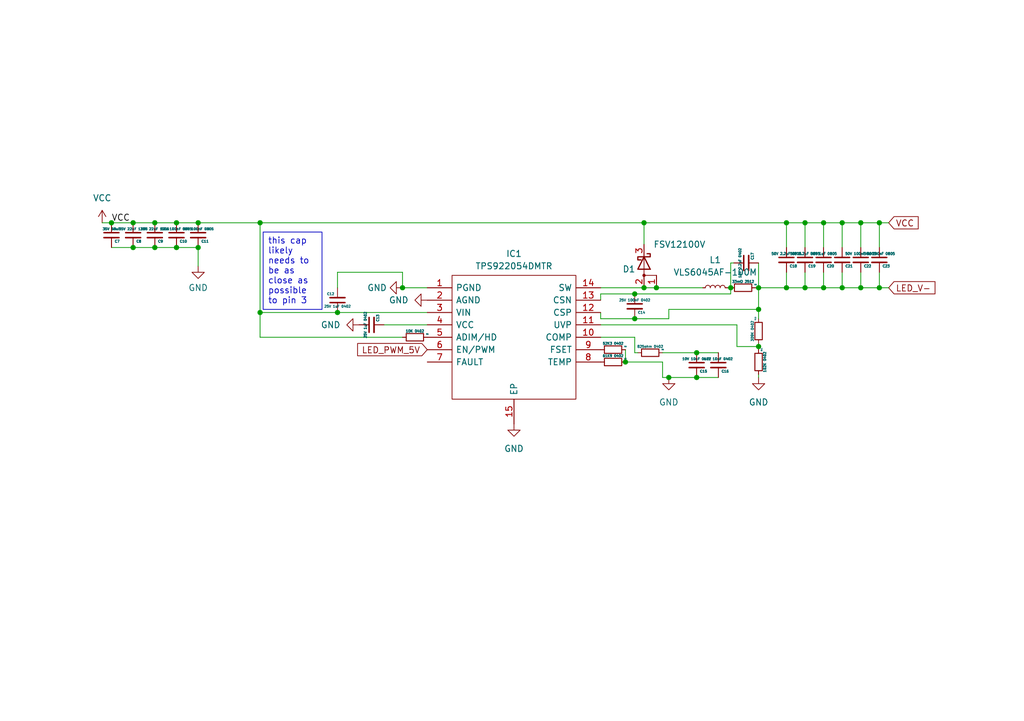
<source format=kicad_sch>
(kicad_sch (version 20230121) (generator eeschema)
  (paper "A5")
  (lib_symbols
    (symbol "Device:C_Small" (pin_numbers hide) (pin_names (offset 0.254) hide)
      (property "Reference" "C" (at 0.254 1.778 0))
      (property "Value" "C_Small" (at 0.254 -2.032 0))
      (symbol "C_Small_0_1"
        (polyline (pts (xy -1.524 -0.508) (xy 1.524 -0.508)) (stroke (width 0.3302)))
        (polyline (pts (xy -1.524 0.508) (xy 1.524 0.508)) (stroke (width 0.3048)))
      )
      (symbol "C_Small_1_1"
        (pin passive line (at 0 2.54 270) (length 2.032) (name "~") (number "1"))
        (pin passive line (at 0 -2.54 90) (length 2.032) (name "~") (number "2"))
      )
    )
    (symbol "Device:D_Schottky_AAK" (pin_names (offset 0) hide)
      (property "Reference" "D" (at 0 2.54 0))
      (property "Value" "D_Schottky_AAK" (at 0 -2.54 0))
      (symbol "D_Schottky_AAK_0_1"
        (polyline (pts (xy 1.27 1.27) (xy 1.27 -1.27) (xy -1.27 0) (xy 1.27 1.27)) (stroke (width 0.254)))
        (polyline (pts (xy 3.81 2.54) (xy 2.54 2.54) (xy 2.54 0) (xy -1.27 0)))
        (polyline (pts (xy -1.905 0.635) (xy -1.905 1.27) (xy -1.27 1.27) (xy -1.27 -1.27) (xy -0.635 -1.27) (xy -0.635 -0.635)) (stroke (width 0.254)))
        (circle (center 2.54 0) (radius 0.254) (fill (type outline)))
      )
      (symbol "D_Schottky_AAK_1_1"
        (pin passive line (at 5.08 2.54 180) (length 2.54) (name "A") (number "1"))
        (pin passive line (at 5.08 0 180) (length 2.54) (name "A") (number "2"))
        (pin passive line (at -3.81 0 0) (length 2.54) (name "K") (number "3"))
      )
    )
    (symbol "Device:L_Small" (pin_numbers hide) (pin_names (offset 0.254) hide)
      (property "Reference" "L" (at 0.762 1.016 0))
      (property "Value" "L_Small" (at 0.762 -1.016 0))
      (symbol "L_Small_0_1"
        (arc (start 0 -2.032) (mid 0.5058 -1.524) (end 0 -1.016))
        (arc (start 0 -1.016) (mid 0.5058 -0.508) (end 0 0))
        (arc (start 0 0) (mid 0.5058 0.508) (end 0 1.016))
        (arc (start 0 1.016) (mid 0.5058 1.524) (end 0 2.032))
      )
      (symbol "L_Small_1_1"
        (pin passive line (at 0 2.54 270) (length 0.508) (name "~") (number "1"))
        (pin passive line (at 0 -2.54 90) (length 0.508) (name "~") (number "2"))
      )
    )
    (symbol "Device:R_Small" (pin_numbers hide) (pin_names (offset 0.254) hide)
      (property "Reference" "R" (at 0.762 0.508 0))
      (property "Value" "R_Small" (at 0.762 -1.016 0))
      (symbol "R_Small_0_1"
        (rectangle (start -0.762 1.778) (end 0.762 -1.778) (stroke (width 0.2032)))
      )
      (symbol "R_Small_1_1"
        (pin passive line (at 0 2.54 270) (length 0.762) (name "~") (number "1"))
        (pin passive line (at 0 -2.54 90) (length 0.762) (name "~") (number "2"))
      )
    )
    (symbol "TPS922054DMTR:TPS922054DMTR" (pin_names (offset 0.762))
      (property "Reference" "IC" (at 31.75 7.62 0))
      (property "Value" "TPS922054DMTR" (at 31.75 5.08 0))
      (symbol "TPS922054DMTR_0_0"
        (pin passive line (at 0 0 0) (length 5.08) (name "PGND") (number "1"))
        (pin passive line (at 35.56 -10.16 180) (length 5.08) (name "COMP") (number "10"))
        (pin passive line (at 35.56 -7.62 180) (length 5.08) (name "UVP") (number "11"))
        (pin passive line (at 35.56 -5.08 180) (length 5.08) (name "CSP") (number "12"))
        (pin passive line (at 35.56 -2.54 180) (length 5.08) (name "CSN") (number "13"))
        (pin passive line (at 35.56 0 180) (length 5.08) (name "SW") (number "14"))
        (pin passive line (at 17.78 -27.94 90) (length 5.08) (name "EP") (number "15"))
        (pin passive line (at 0 -2.54 0) (length 5.08) (name "AGND") (number "2"))
        (pin passive line (at 0 -5.08 0) (length 5.08) (name "VIN") (number "3"))
        (pin passive line (at 0 -7.62 0) (length 5.08) (name "VCC") (number "4"))
        (pin passive line (at 0 -10.16 0) (length 5.08) (name "ADIM/HD") (number "5"))
        (pin passive line (at 0 -12.7 0) (length 5.08) (name "EN/PWM") (number "6"))
        (pin passive line (at 0 -15.24 0) (length 5.08) (name "FAULT") (number "7"))
        (pin passive line (at 35.56 -15.24 180) (length 5.08) (name "TEMP") (number "8"))
        (pin passive line (at 35.56 -12.7 180) (length 5.08) (name "FSET") (number "9"))
      )
      (symbol "TPS922054DMTR_0_1"
        (polyline (pts (xy 5.08 2.54) (xy 30.48 2.54) (xy 30.48 -22.86) (xy 5.08 -22.86) (xy 5.08 2.54)) (stroke (width 0.1524)))
      )
    )
    (symbol "power:GND" (power) (pin_names (offset 0))
      (property "Value" "GND" (at 0 -3.81 0))
      (symbol "GND_0_1"
        (polyline (pts (xy 0 0) (xy 0 -1.27) (xy 1.27 -1.27) (xy 0 -2.54) (xy -1.27 -1.27) (xy 0 -1.27)))
      )
      (symbol "GND_1_1"
        (pin power_in line (at 0 0 270) (length 0) hide (name "GND") (number "1"))
      )
    )
    (symbol "power:VCC" (power) (pin_names (offset 0))
      (property "Value" "VCC" (at 0 3.81 0))
      (symbol "VCC_0_1"
        (polyline (pts (xy -0.762 1.27) (xy 0 2.54)))
        (polyline (pts (xy 0 0) (xy 0 2.54)))
        (polyline (pts (xy 0 2.54) (xy 0.762 1.27)))
      )
      (symbol "VCC_1_1"
        (pin power_in line (at 0 0 90) (length 0) hide (name "VCC") (number "1"))
      )
    )
  )
  (junction (at 165.1 59.055))
  (junction (at 161.29 45.72))
  (junction (at 132.08 59.055))
  (junction (at 130.175 60.325))
  (junction (at 40.64 45.72))
  (junction (at 69.215 64.135))
  (junction (at 27.305 50.8))
  (junction (at 31.75 45.72))
  (junction (at 36.195 45.72))
  (junction (at 149.86 59.055))
  (junction (at 168.91 45.72))
  (junction (at 36.195 50.8))
  (junction (at 180.34 59.055))
  (junction (at 128.27 74.295))
  (junction (at 53.34 64.135))
  (junction (at 161.29 59.055))
  (junction (at 22.86 45.72))
  (junction (at 130.175 65.405))
  (junction (at 137.16 77.47))
  (junction (at 82.55 59.055))
  (junction (at 155.575 59.055))
  (junction (at 176.53 59.055))
  (junction (at 176.53 45.72))
  (junction (at 172.72 45.72))
  (junction (at 180.34 45.72))
  (junction (at 165.1 45.72))
  (junction (at 142.875 77.47))
  (junction (at 172.72 59.055))
  (junction (at 40.64 50.8))
  (junction (at 134.62 59.055))
  (junction (at 53.34 45.72))
  (junction (at 27.305 45.72))
  (junction (at 155.575 63.5))
  (junction (at 155.575 71.12))
  (junction (at 132.08 45.72))
  (junction (at 142.875 72.39))
  (junction (at 168.91 59.055))
  (junction (at 31.75 50.8))
  (wire (pts (xy 165.1 45.72) (xy 165.1 50.8)))
  (wire (pts (xy 161.29 45.72) (xy 165.1 45.72)))
  (wire (pts (xy 134.62 59.055) (xy 144.145 59.055)))
  (wire (pts (xy 40.64 50.8) (xy 36.195 50.8)))
  (wire (pts (xy 172.72 59.055) (xy 176.53 59.055)))
  (wire (pts (xy 135.89 77.47) (xy 135.89 74.295)))
  (wire (pts (xy 69.215 55.88) (xy 82.55 55.88)))
  (wire (pts (xy 176.53 59.055) (xy 180.34 59.055)))
  (wire (pts (xy 36.195 45.72) (xy 31.75 45.72)))
  (wire (pts (xy 151.13 66.675) (xy 151.13 71.12)))
  (wire (pts (xy 149.86 59.055) (xy 149.225 59.055)))
  (wire (pts (xy 165.1 55.88) (xy 165.1 59.055)))
  (wire (pts (xy 155.575 76.835) (xy 155.575 77.47)))
  (wire (pts (xy 142.875 72.39) (xy 147.32 72.39)))
  (wire (pts (xy 69.215 59.055) (xy 69.215 55.88)))
  (wire (pts (xy 53.34 45.72) (xy 132.08 45.72)))
  (wire (pts (xy 155.575 59.055) (xy 161.29 59.055)))
  (wire (pts (xy 123.19 60.325) (xy 123.19 61.595)))
  (wire (pts (xy 176.53 55.88) (xy 176.53 59.055)))
  (wire (pts (xy 172.72 45.72) (xy 172.72 50.8)))
  (wire (pts (xy 123.19 59.055) (xy 132.08 59.055)))
  (wire (pts (xy 149.86 60.325) (xy 130.175 60.325)))
  (wire (pts (xy 128.27 71.755) (xy 128.27 74.295)))
  (wire (pts (xy 137.16 65.405) (xy 130.175 65.405)))
  (wire (pts (xy 31.75 50.8) (xy 27.305 50.8)))
  (wire (pts (xy 130.175 72.39) (xy 130.175 69.215)))
  (wire (pts (xy 172.72 55.88) (xy 172.72 59.055)))
  (wire (pts (xy 176.53 45.72) (xy 176.53 50.8)))
  (wire (pts (xy 155.575 63.5) (xy 155.575 65.405)))
  (wire (pts (xy 123.19 65.405) (xy 123.19 64.135)))
  (wire (pts (xy 40.64 54.61) (xy 40.64 50.8)))
  (wire (pts (xy 180.34 59.055) (xy 182.245 59.055)))
  (wire (pts (xy 82.55 55.88) (xy 82.55 59.055)))
  (wire (pts (xy 180.34 45.72) (xy 182.245 45.72)))
  (wire (pts (xy 149.86 53.975) (xy 149.86 59.055)))
  (wire (pts (xy 40.64 45.72) (xy 36.195 45.72)))
  (wire (pts (xy 165.1 45.72) (xy 168.91 45.72)))
  (wire (pts (xy 27.305 45.72) (xy 22.86 45.72)))
  (wire (pts (xy 132.08 59.055) (xy 134.62 59.055)))
  (wire (pts (xy 137.16 63.5) (xy 137.16 65.405)))
  (wire (pts (xy 22.86 45.72) (xy 20.955 45.72)))
  (wire (pts (xy 130.175 60.325) (xy 123.19 60.325)))
  (wire (pts (xy 53.34 64.135) (xy 69.215 64.135)))
  (wire (pts (xy 82.55 59.055) (xy 87.63 59.055)))
  (wire (pts (xy 27.305 50.8) (xy 22.86 50.8)))
  (wire (pts (xy 180.34 45.72) (xy 180.34 50.8)))
  (wire (pts (xy 130.175 72.39) (xy 130.81 72.39)))
  (wire (pts (xy 123.19 66.675) (xy 151.13 66.675)))
  (wire (pts (xy 172.72 45.72) (xy 176.53 45.72)))
  (wire (pts (xy 53.34 69.215) (xy 53.34 64.135)))
  (wire (pts (xy 180.34 55.88) (xy 180.34 59.055)))
  (wire (pts (xy 147.32 77.47) (xy 142.875 77.47)))
  (wire (pts (xy 31.75 45.72) (xy 27.305 45.72)))
  (wire (pts (xy 168.91 45.72) (xy 168.91 50.8)))
  (wire (pts (xy 78.74 66.675) (xy 87.63 66.675)))
  (wire (pts (xy 69.215 64.135) (xy 87.63 64.135)))
  (wire (pts (xy 137.16 63.5) (xy 155.575 63.5)))
  (wire (pts (xy 155.575 71.755) (xy 155.575 71.12)))
  (wire (pts (xy 155.575 53.975) (xy 155.575 59.055)))
  (wire (pts (xy 142.875 72.39) (xy 135.89 72.39)))
  (wire (pts (xy 149.86 59.055) (xy 149.86 60.325)))
  (wire (pts (xy 135.89 74.295) (xy 128.27 74.295)))
  (wire (pts (xy 137.16 77.47) (xy 142.875 77.47)))
  (wire (pts (xy 82.55 69.215) (xy 53.34 69.215)))
  (wire (pts (xy 168.91 59.055) (xy 172.72 59.055)))
  (wire (pts (xy 135.89 77.47) (xy 137.16 77.47)))
  (wire (pts (xy 132.08 50.165) (xy 132.08 45.72)))
  (wire (pts (xy 161.29 45.72) (xy 161.29 50.8)))
  (wire (pts (xy 168.91 45.72) (xy 172.72 45.72)))
  (wire (pts (xy 36.195 50.8) (xy 31.75 50.8)))
  (wire (pts (xy 53.34 45.72) (xy 40.64 45.72)))
  (wire (pts (xy 155.575 71.12) (xy 155.575 70.485)))
  (wire (pts (xy 132.08 45.72) (xy 161.29 45.72)))
  (wire (pts (xy 150.495 53.975) (xy 149.86 53.975)))
  (wire (pts (xy 151.13 71.12) (xy 155.575 71.12)))
  (wire (pts (xy 168.91 55.88) (xy 168.91 59.055)))
  (wire (pts (xy 165.1 59.055) (xy 161.29 59.055)))
  (wire (pts (xy 130.175 69.215) (xy 123.19 69.215)))
  (wire (pts (xy 123.19 65.405) (xy 130.175 65.405)))
  (wire (pts (xy 155.575 59.055) (xy 155.575 63.5)))
  (wire (pts (xy 176.53 45.72) (xy 180.34 45.72)))
  (wire (pts (xy 53.34 45.72) (xy 53.34 64.135)))
  (wire (pts (xy 161.29 55.88) (xy 161.29 59.055)))
  (wire (pts (xy 154.94 59.055) (xy 155.575 59.055)))
  (wire (pts (xy 168.91 59.055) (xy 165.1 59.055)))
  (text_box "this cap likely needs to be as close as possible to pin 3" (at 53.975 47.625 0) (size 12.065 15.875) (effects (font (size 1.27 1.27)) (justify left top)))
  (label "VCC" (at 22.86 45.72 0))
  (global_label "VCC" (shape input) (at 182.245 45.72 0) (property "Intersheetrefs" "${INTERSHEET_REFS}" (effects hide)))
  (global_label "LED_V-" (shape input) (at 182.245 59.055 0) (property "Intersheetrefs" "${INTERSHEET_REFS}" (effects hide)))
  (global_label "LED_PWM_5V" (shape input) (at 87.63 71.755 180) (property "Intersheetrefs" "${INTERSHEET_REFS}" (effects hide)))
  (symbol (lib_id "Device:C_Small") (at 130.175 62.865 0) (unit 1)
    (property "Reference" "C14" (at 130.81 64.135 0) (effects (font (size 0.5 0.5)) (justify left)))
    (property "Value" "25V 100nF 0402" (at 130.175 61.595 0) (effects (font (size 0.5 0.5))))
    (property "Footprint" "Capacitor_SMD:C_0402_1005Metric" (effects hide))
  )
  (symbol (lib_id "Device:C_Small") (at 142.875 74.93 0) (unit 1)
    (property "Reference" "C15" (at 143.51 76.2 0) (effects (font (size 0.5 0.5)) (justify left)))
    (property "Value" "10V 10nF 0402" (at 142.875 73.66 0) (effects (font (size 0.5 0.5))))
    (property "Footprint" "Capacitor_SMD:C_0402_1005Metric" (effects hide))
  )
  (symbol (lib_id "Device:C_Small") (at 165.1 53.34 0) (unit 1)
    (property "Reference" "C19" (at 165.735 54.61 0) (effects (font (size 0.5 0.5)) (justify left)))
    (property "Value" "50V 2.2uF 0805" (at 165.1 52.07 0) (effects (font (size 0.5 0.5))))
    (property "Footprint" "Capacitor_SMD:C_0805_2012Metric" (effects hide))
  )
  (symbol (lib_id "Device:C_Small") (at 176.53 53.34 0) (unit 1)
    (property "Reference" "C22" (at 177.165 54.61 0) (effects (font (size 0.5 0.5)) (justify left)))
    (property "Value" "50V 100nF 0805" (at 176.53 52.07 0) (effects (font (size 0.5 0.5))))
    (property "Footprint" "Capacitor_SMD:C_0805_2012Metric" (effects hide))
  )
  (symbol (lib_id "Device:C_Small") (at 161.29 53.34 0) (unit 1)
    (property "Reference" "C18" (at 161.925 54.61 0) (effects (font (size 0.5 0.5)) (justify left)))
    (property "Value" "50V 2.2uF 0805" (at 161.29 52.07 0) (effects (font (size 0.5 0.5))))
    (property "Footprint" "Capacitor_SMD:C_0805_2012Metric" (effects hide))
  )
  (symbol (lib_id "Device:R_Small") (at 125.73 74.295 90) (unit 1)
    (property "Reference" "R7" (at 128.27 73.66 90) (effects (font (size 0.25 0.25))))
    (property "Value" "61K9 0402" (at 125.73 73.025 90) (effects (font (size 0.5 0.5))))
    (property "Footprint" "Resistor_SMD:R_0402_1005Metric" (effects hide))
  )
  (symbol (lib_id "Device:C_Small") (at 40.64 48.26 0) (unit 1)
    (property "Reference" "C11" (at 41.275 49.53 0) (effects (font (size 0.5 0.5)) (justify left)))
    (property "Value" "50V 100nF 0805" (at 40.64 46.99 0) (effects (font (size 0.5 0.5))))
    (property "Footprint" "Capacitor_SMD:C_0805_2012Metric" (effects hide))
  )
  (symbol (lib_id "power:GND") (at 105.41 86.995 0) (unit 1)
    (property "Reference" "#PWR023" (effects hide))
    (property "Value" "GND" (at 105.41 92.075 0))
  )
  (symbol (lib_id "Device:C_Small") (at 180.34 53.34 0) (unit 1)
    (property "Reference" "C23" (at 180.975 54.61 0) (effects (font (size 0.5 0.5)) (justify left)))
    (property "Value" "50V 100nF 0805" (at 180.34 52.07 0) (effects (font (size 0.5 0.5))))
    (property "Footprint" "Capacitor_SMD:C_0805_2012Metric" (effects hide))
  )
  (symbol (lib_id "Device:C_Small") (at 31.75 48.26 0) (unit 1)
    (property "Reference" "C9" (at 32.385 49.53 0) (effects (font (size 0.5 0.5)) (justify left)))
    (property "Value" "35V 22uF 1206" (at 31.75 46.99 0) (effects (font (size 0.5 0.5))))
    (property "Footprint" "Capacitor_SMD:C_1206_3216Metric" (effects hide))
  )
  (symbol (lib_id "Device:R_Small") (at 85.09 69.215 90) (unit 1)
    (property "Reference" "R5" (at 87.63 68.58 90) (effects (font (size 0.25 0.25))))
    (property "Value" "10K 0402" (at 85.09 67.945 90) (effects (font (size 0.5 0.5))))
    (property "Footprint" "Resistor_SMD:R_0402_1005Metric" (effects hide))
  )
  (symbol (lib_id "Device:D_Schottky_AAK") (at 132.08 53.975 270) (unit 1)
    (property "Reference" "D1" (at 127.635 55.245 90) (effects (justify left)))
    (property "Value" "FSV12100V" (at 133.985 50.165 90) (effects (justify left)))
    (property "Footprint" "Package_TO_SOT_SMD:TO-277A" (effects hide))
  )
  (symbol (lib_id "power:GND") (at 87.63 61.595 270) (unit 1)
    (property "Reference" "#PWR022" (effects hide))
    (property "Value" "GND" (at 83.82 61.595 90) (effects (justify right)))
  )
  (symbol (lib_id "Device:L_Small") (at 146.685 59.055 90) (unit 1)
    (property "Reference" "L1" (at 146.685 53.34 90))
    (property "Value" "VLS6045AF-100M" (at 146.685 55.88 90))
    (property "Footprint" "Inductor_SMD:L_TDK_VLS6045EX_VLS6045AF" (effects hide))
  )
  (symbol (lib_id "Device:C_Small") (at 172.72 53.34 0) (unit 1)
    (property "Reference" "C21" (at 173.355 54.61 0) (effects (font (size 0.5 0.5)) (justify left)))
    (property "Value" "50V 1uF 0805" (effects hide))
    (property "Footprint" "Capacitor_SMD:C_0805_2012Metric" (effects hide))
  )
  (symbol (lib_id "Device:R_Small") (at 133.35 72.39 90) (unit 1)
    (property "Reference" "R8" (at 135.89 71.755 90) (effects (font (size 0.25 0.25))))
    (property "Value" "825ohm 0402" (at 133.35 71.12 90) (effects (font (size 0.5 0.5))))
    (property "Footprint" "Resistor_SMD:R_0402_1005Metric" (effects hide))
  )
  (symbol (lib_id "Device:C_Small") (at 22.86 48.26 0) (unit 1)
    (property "Reference" "C7" (at 23.495 49.53 0) (effects (font (size 0.5 0.5)) (justify left)))
    (property "Value" "35V 68uF" (at 22.86 46.99 0) (effects (font (size 0.5 0.5))))
    (property "Footprint" "Capacitor_Tantalum_SMD:CP_EIA-7343-43_Kemet-X" (effects hide))
  )
  (symbol (lib_id "Device:C_Small") (at 27.305 48.26 0) (unit 1)
    (property "Reference" "C8" (at 27.94 49.53 0) (effects (font (size 0.5 0.5)) (justify left)))
    (property "Value" "35V 22uF 1206" (at 27.305 46.99 0) (effects (font (size 0.5 0.5))))
    (property "Footprint" "Capacitor_SMD:C_1206_3216Metric" (effects hide))
  )
  (symbol (lib_id "Device:C_Small") (at 36.195 48.26 0) (unit 1)
    (property "Reference" "C10" (at 36.83 49.53 0) (effects (font (size 0.5 0.5)) (justify left)))
    (property "Value" "50V 100nF 0805" (at 36.195 46.99 0) (effects (font (size 0.5 0.5))))
    (property "Footprint" "Capacitor_SMD:C_0805_2012Metric" (effects hide))
  )
  (symbol (lib_id "Device:R_Small") (at 125.73 71.755 90) (unit 1)
    (property "Reference" "R6" (at 128.27 71.12 90) (effects (font (size 0.25 0.25))))
    (property "Value" "52K3 0402" (at 125.73 70.485 90) (effects (font (size 0.5 0.5))))
    (property "Footprint" "Resistor_SMD:R_0402_1005Metric" (effects hide))
  )
  (symbol (lib_id "Device:C_Small") (at 69.215 61.595 180) (unit 1)
    (property "Reference" "C12" (at 68.58 60.325 0) (effects (font (size 0.5 0.5)) (justify left)))
    (property "Value" "25V 1uF 0402" (at 69.215 62.865 0) (effects (font (size 0.5 0.5))))
    (property "Footprint" "Capacitor_SMD:C_0402_1005Metric" (effects hide))
  )
  (symbol (lib_id "power:GND") (at 73.66 66.675 270) (unit 1)
    (property "Reference" "#PWR020" (effects hide))
    (property "Value" "GND" (at 69.85 66.675 90) (effects (justify right)))
  )
  (symbol (lib_id "power:GND") (at 155.575 77.47 0) (unit 1)
    (property "Reference" "#PWR025" (effects hide))
    (property "Value" "GND" (at 155.575 82.55 0))
  )
  (symbol (lib_id "power:GND") (at 40.64 54.61 0) (unit 1)
    (property "Reference" "#PWR019" (effects hide))
    (property "Value" "GND" (at 40.64 59.055 0))
  )
  (symbol (lib_id "TPS922054DMTR:TPS922054DMTR") (at 87.63 59.055 0) (unit 1)
    (property "Reference" "IC1" (at 105.41 52.07 0))
    (property "Value" "TPS922054DMTR" (at 105.41 54.61 0))
    (property "Footprint" "TPS922054DMTR:SON65P300X450X100-15N-D" (effects hide))
    (property "Datasheet" "https://www.ti.com/lit/ds/symlink/tps922052.pdf?ts=1709772810991" (effects hide))
    (property "Description" "LED Lighting Drivers 65-V, 4-A buck LED driver with inductive fast dimming 14-VSON -40 to 125" (effects hide))
    (property "Height" "1" (effects hide))
    (property "Mouser Part Number" "595-TPS922054DMTR" (effects hide))
    (property "Mouser Price/Stock" "https://www.mouser.co.uk/ProductDetail/Texas-Instruments/TPS922054DMTR?qs=ST9lo4GX8V0L5i%252BJsZCk8w%3D%3D" (effects hide))
    (property "Manufacturer_Name" "Texas Instruments" (effects hide))
    (property "Manufacturer_Part_Number" "TPS922054DMTR" (effects hide))
  )
  (symbol (lib_id "Device:C_Small") (at 168.91 53.34 0) (unit 1)
    (property "Reference" "C20" (at 169.545 54.61 0) (effects (font (size 0.5 0.5)) (justify left)))
    (property "Value" "50V 1uF 0805" (at 168.91 52.07 0) (effects (font (size 0.5 0.5))))
    (property "Footprint" "Capacitor_SMD:C_0805_2012Metric" (effects hide))
  )
  (symbol (lib_id "power:GND") (at 137.16 77.47 0) (unit 1)
    (property "Reference" "#PWR024" (effects hide))
    (property "Value" "GND" (at 137.16 82.55 0))
  )
  (symbol (lib_id "power:GND") (at 82.55 59.055 270) (unit 1)
    (property "Reference" "#PWR027" (effects hide))
    (property "Value" "GND" (at 79.375 59.055 90) (effects (justify right)))
  )
  (symbol (lib_id "Device:R_Small") (at 152.4 59.055 90) (unit 1)
    (property "Reference" "R9" (at 154.94 58.42 90) (effects (font (size 0.25 0.25))))
    (property "Value" "33mΩ 2512" (at 152.4 57.785 90) (effects (font (size 0.5 0.5))))
    (property "Footprint" "Resistor_SMD:R_2512_6332Metric" (effects hide))
  )
  (symbol (lib_id "Device:C_Small") (at 153.035 53.975 90) (unit 1)
    (property "Reference" "C17" (at 154.305 53.34 0) (effects (font (size 0.5 0.5)) (justify left)))
    (property "Value" "16V 2.2uF 0402" (at 151.765 53.975 0) (effects (font (size 0.5 0.5))))
    (property "Footprint" "Capacitor_SMD:C_0402_1005Metric" (effects hide))
  )
  (symbol (lib_id "power:VCC") (at 20.955 45.72 0) (unit 1)
    (property "Reference" "#PWR018" (effects hide))
    (property "Value" "VCC" (at 20.955 40.64 0))
  )
  (symbol (lib_id "Device:C_Small") (at 76.2 66.675 90) (unit 1)
    (property "Reference" "C13" (at 77.47 66.04 0) (effects (font (size 0.5 0.5)) (justify left)))
    (property "Value" "25V 1uF 0402" (at 74.93 66.675 0) (effects (font (size 0.5 0.5))))
    (property "Footprint" "Capacitor_SMD:C_0402_1005Metric" (effects hide))
  )
  (symbol (lib_id "Device:R_Small") (at 155.575 67.945 180) (unit 1)
    (property "Reference" "R10" (at 154.94 65.405 90) (effects (font (size 0.25 0.25))))
    (property "Value" "309K 0402" (at 154.305 67.945 90) (effects (font (size 0.5 0.5))))
    (property "Footprint" "Resistor_SMD:R_0402_1005Metric" (effects hide))
  )
  (symbol (lib_id "Device:R_Small") (at 155.575 74.295 0) (mirror x) (unit 1)
    (property "Reference" "R11" (at 156.21 71.755 90) (effects (font (size 0.25 0.25))))
    (property "Value" "102K 0402" (at 156.845 74.295 90) (effects (font (size 0.5 0.5))))
    (property "Footprint" "Resistor_SMD:R_0402_1005Metric" (effects hide))
  )
  (symbol (lib_id "Device:C_Small") (at 147.32 74.93 0) (unit 1)
    (property "Reference" "C16" (at 147.955 76.2 0) (effects (font (size 0.5 0.5)) (justify left)))
    (property "Value" "10V 10nF 0402" (at 147.32 73.66 0) (effects (font (size 0.5 0.5))))
    (property "Footprint" "Capacitor_SMD:C_0402_1005Metric" (effects hide))
  )
)
</source>
